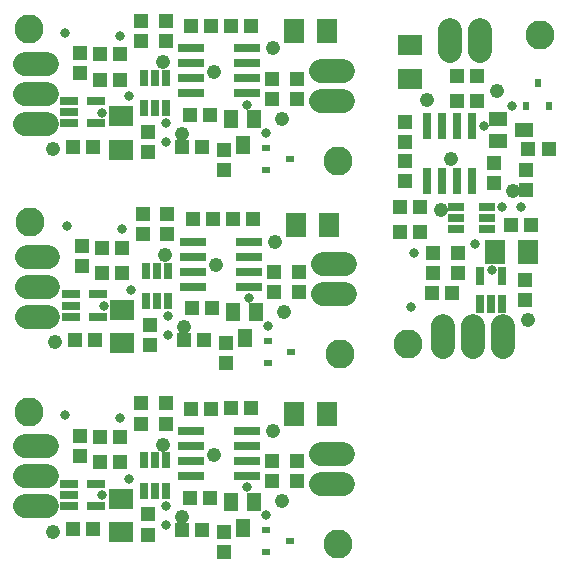
<source format=gts>
G75*
G70*
%OFA0B0*%
%FSLAX24Y24*%
%IPPOS*%
%LPD*%
%AMOC8*
5,1,8,0,0,1.08239X$1,22.5*
%
%ADD10C,0.0970*%
%ADD11R,0.0600X0.0300*%
%ADD12C,0.0789*%
%ADD13R,0.0789X0.0710*%
%ADD14R,0.0710X0.0790*%
%ADD15R,0.0285X0.0220*%
%ADD16R,0.0285X0.0225*%
%ADD17R,0.0300X0.0580*%
%ADD18R,0.0474X0.0513*%
%ADD19R,0.0513X0.0474*%
%ADD20C,0.0330*%
%ADD21R,0.0474X0.0631*%
%ADD22R,0.0860X0.0300*%
%ADD23R,0.0300X0.0600*%
%ADD24R,0.0710X0.0789*%
%ADD25R,0.0790X0.0710*%
%ADD26R,0.0220X0.0285*%
%ADD27R,0.0225X0.0285*%
%ADD28R,0.0580X0.0300*%
%ADD29R,0.0631X0.0474*%
%ADD30R,0.0300X0.0860*%
%ADD31C,0.0476*%
D10*
X001900Y014448D03*
X001960Y020758D03*
X001900Y027198D03*
X012210Y022798D03*
X014550Y016698D03*
X012270Y016358D03*
X012210Y010048D03*
X018950Y027008D03*
D11*
X004160Y024798D03*
X004160Y024058D03*
X003240Y024058D03*
X003240Y024428D03*
X003240Y024798D03*
X003300Y018358D03*
X003300Y017988D03*
X003300Y017618D03*
X004220Y017618D03*
X004220Y018358D03*
X004160Y012048D03*
X004160Y011308D03*
X003240Y011308D03*
X003240Y011678D03*
X003240Y012048D03*
D12*
X002504Y012298D02*
X001796Y012298D01*
X001796Y011298D02*
X002504Y011298D01*
X002504Y013298D02*
X001796Y013298D01*
X001856Y017608D02*
X002564Y017608D01*
X002564Y018608D02*
X001856Y018608D01*
X001856Y019608D02*
X002564Y019608D01*
X002504Y024048D02*
X001796Y024048D01*
X001796Y025048D02*
X002504Y025048D01*
X002504Y026048D02*
X001796Y026048D01*
X011666Y025798D02*
X012374Y025798D01*
X012374Y024798D02*
X011666Y024798D01*
X015950Y026464D02*
X015950Y027173D01*
X016950Y027173D02*
X016950Y026464D01*
X012434Y019358D02*
X011726Y019358D01*
X011726Y018358D02*
X012434Y018358D01*
X015700Y017303D02*
X015700Y016594D01*
X016700Y016594D02*
X016700Y017303D01*
X017700Y017303D02*
X017700Y016594D01*
X012374Y013048D02*
X011666Y013048D01*
X011666Y012048D02*
X012374Y012048D01*
D13*
X004970Y011539D03*
X004970Y010437D03*
X005030Y016747D03*
X005030Y017849D03*
X004970Y023187D03*
X004970Y024289D03*
D14*
X010740Y027128D03*
X011860Y027128D03*
X011920Y020688D03*
X010800Y020688D03*
X010740Y014378D03*
X011860Y014378D03*
D15*
X010660Y016438D03*
X010600Y010128D03*
X010600Y022878D03*
D16*
X009825Y022507D03*
X009825Y023250D03*
X009885Y016810D03*
X009885Y016067D03*
X009825Y010500D03*
X009825Y009757D03*
D17*
X006490Y011818D03*
X006120Y011818D03*
X005750Y011818D03*
X005750Y012838D03*
X006120Y012838D03*
X006490Y012838D03*
X006550Y018128D03*
X006180Y018128D03*
X005810Y018128D03*
X005810Y019148D03*
X006180Y019148D03*
X006550Y019148D03*
X006490Y024568D03*
X006120Y024568D03*
X005750Y024568D03*
X005750Y025588D03*
X006120Y025588D03*
X006490Y025588D03*
D18*
X005880Y010354D03*
X005880Y011023D03*
X007025Y010518D03*
X007695Y010518D03*
X004955Y012768D03*
X004285Y012768D03*
X004275Y013608D03*
X004945Y013608D03*
X005640Y014054D03*
X005640Y014723D03*
X005940Y016664D03*
X005940Y017333D03*
X007085Y016828D03*
X007755Y016828D03*
X008645Y014558D03*
X009315Y014558D03*
X005015Y019078D03*
X004345Y019078D03*
X004335Y019918D03*
X005005Y019918D03*
X005700Y020364D03*
X005700Y021033D03*
X005880Y023104D03*
X005880Y023773D03*
X007025Y023268D03*
X007695Y023268D03*
X008705Y020868D03*
X009375Y020868D03*
X004955Y025518D03*
X004285Y025518D03*
X004275Y026358D03*
X004945Y026358D03*
X005640Y026804D03*
X005640Y027473D03*
X008645Y027308D03*
X009315Y027308D03*
X014275Y021268D03*
X014945Y021268D03*
X014450Y022124D03*
X014450Y022793D03*
X016195Y024818D03*
X016865Y024818D03*
X016865Y025638D03*
X016195Y025638D03*
X017410Y022743D03*
X017410Y022074D03*
X018565Y023208D03*
X019235Y023208D03*
X018460Y018853D03*
X018460Y018184D03*
X016015Y018408D03*
X015345Y018408D03*
D19*
X015390Y019074D03*
X015390Y019743D03*
X014945Y020438D03*
X014275Y020438D03*
X016230Y019753D03*
X016230Y019084D03*
X017975Y020678D03*
X018645Y020678D03*
X018480Y021824D03*
X018480Y022493D03*
X014440Y023444D03*
X014440Y024113D03*
X010840Y024884D03*
X010840Y025553D03*
X010020Y025553D03*
X010020Y024884D03*
X008410Y023183D03*
X008410Y022514D03*
X008055Y020858D03*
X007385Y020858D03*
X006530Y021033D03*
X006530Y020364D03*
X007335Y017898D03*
X008005Y017898D03*
X008470Y016743D03*
X008470Y016074D03*
X007995Y014548D03*
X007325Y014548D03*
X006470Y014723D03*
X006470Y014054D03*
X007275Y011588D03*
X007945Y011588D03*
X008410Y010433D03*
X008410Y009764D03*
X010020Y012134D03*
X010020Y012803D03*
X010840Y012803D03*
X010840Y012134D03*
X010900Y018444D03*
X010900Y019113D03*
X010080Y019113D03*
X010080Y018444D03*
X007945Y024338D03*
X007275Y024338D03*
X006470Y026804D03*
X006470Y027473D03*
X007325Y027298D03*
X007995Y027298D03*
X004055Y023288D03*
X003385Y023288D03*
X003610Y025734D03*
X003610Y026403D03*
X003670Y019963D03*
X003670Y019294D03*
X003445Y016848D03*
X004115Y016848D03*
X003610Y013653D03*
X003610Y012984D03*
X003385Y010538D03*
X004055Y010538D03*
D20*
X004360Y011658D03*
X005240Y012208D03*
X006490Y011318D03*
X006480Y010688D03*
X009190Y011928D03*
X009830Y010998D03*
X004940Y014238D03*
X003130Y014338D03*
X004420Y017968D03*
X005300Y018518D03*
X006550Y017628D03*
X006540Y016998D03*
X009250Y018238D03*
X009890Y017308D03*
X014660Y017928D03*
X014760Y019738D03*
X016790Y020038D03*
X017340Y019158D03*
X017680Y021288D03*
X018310Y021278D03*
X017070Y023988D03*
X018000Y024628D03*
X009830Y023748D03*
X009190Y024678D03*
X006490Y024068D03*
X006480Y023438D03*
X005240Y024958D03*
X004360Y024408D03*
X004940Y026988D03*
X003130Y027088D03*
X003190Y020648D03*
X005000Y020548D03*
D21*
X008726Y017761D03*
X009474Y017761D03*
X009100Y016895D03*
X009414Y011451D03*
X008666Y011451D03*
X009040Y010585D03*
X009040Y023335D03*
X008666Y024201D03*
X009414Y024201D03*
D22*
X009190Y025058D03*
X009190Y025558D03*
X009190Y026058D03*
X009190Y026558D03*
X007330Y026558D03*
X007330Y026058D03*
X007330Y025558D03*
X007330Y025058D03*
X007390Y020118D03*
X007390Y019618D03*
X007390Y019118D03*
X007390Y018618D03*
X009250Y018618D03*
X009250Y019118D03*
X009250Y019618D03*
X009250Y020118D03*
X009190Y013808D03*
X009190Y013308D03*
X009190Y012808D03*
X009190Y012308D03*
X007330Y012308D03*
X007330Y012808D03*
X007330Y013308D03*
X007330Y013808D03*
D23*
X016950Y018038D03*
X017320Y018038D03*
X017690Y018038D03*
X017690Y018958D03*
X016950Y018958D03*
D24*
X017459Y019768D03*
X018561Y019768D03*
D25*
X014620Y025538D03*
X014620Y026658D03*
D26*
X018870Y025398D03*
D27*
X018499Y024623D03*
X019241Y024623D03*
D28*
X017180Y021288D03*
X017180Y020918D03*
X017180Y020548D03*
X016160Y020548D03*
X016160Y020918D03*
X016160Y021288D03*
D29*
X017547Y023464D03*
X017547Y024212D03*
X018413Y023838D03*
D30*
X016690Y023988D03*
X016190Y023988D03*
X015690Y023988D03*
X015190Y023988D03*
X015190Y022128D03*
X015690Y022128D03*
X016190Y022128D03*
X016690Y022128D03*
D31*
X015980Y022878D03*
X015650Y021178D03*
X018050Y021818D03*
X017530Y025138D03*
X015190Y024838D03*
X010340Y024218D03*
X010040Y026558D03*
X008080Y025768D03*
X006380Y026098D03*
X007020Y023698D03*
X010100Y020118D03*
X010400Y017778D03*
X008140Y019328D03*
X006440Y019658D03*
X007080Y017258D03*
X010040Y013808D03*
X008080Y013018D03*
X006380Y013348D03*
X007020Y010948D03*
X010340Y011468D03*
X002720Y010448D03*
X002780Y016758D03*
X002720Y023198D03*
X018550Y017518D03*
M02*

</source>
